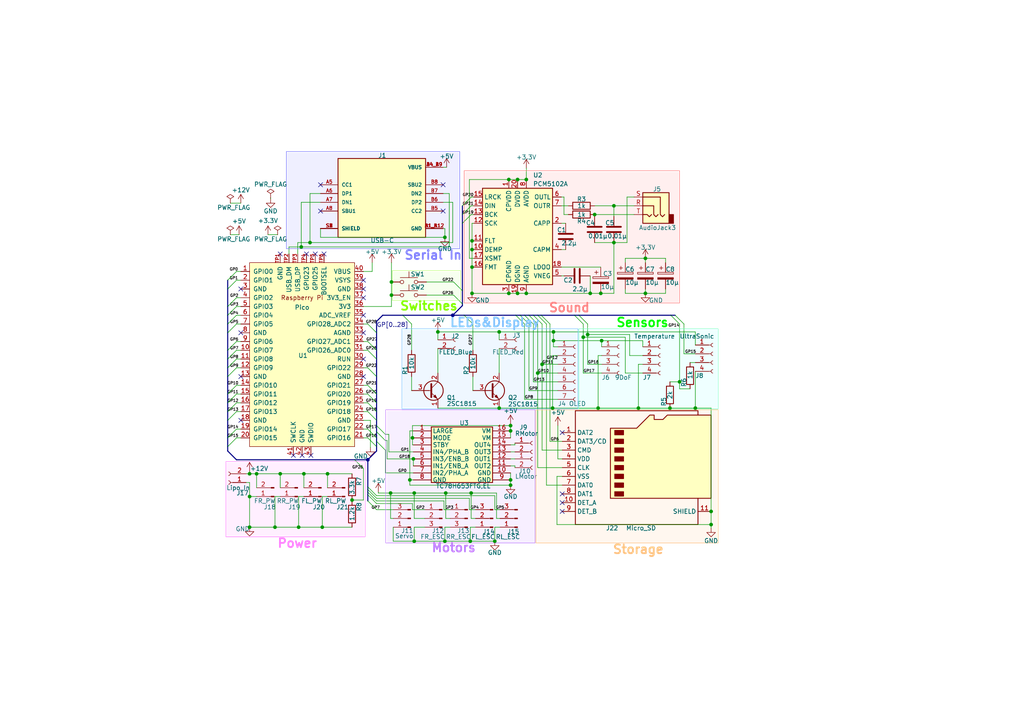
<source format=kicad_sch>
(kicad_sch (version 20230121) (generator eeschema)
  (paper "A4")
  (junction (at 173.482 118.364))
  (junction (at 74.422 137.414))
  (junction (at 206.248 148.336))
  (junction (at 155.956 108.204))
  (junction (at 187.198 85.09))
  (junction (at 86.614 152.908))
  (junction (at 152.654 85.09))
  (junction (at 160.528 98.806))
  (junction (at 120.142 156.972))
  (junction (at 136.906 69.85))
  (junction (at 118.872 139.192))
  (junction (at 171.196 85.09))
  (junction (at 144.78 96.266))
  (junction (at 194.31 118.364))
  (junction (at 178.054 59.69))
  (junction (at 150.114 85.09))
  (junction (at 131.318 91.44))
  (junction (at 150.114 52.07))
  (junction (at 172.466 62.23))
  (junction (at 174.244 85.09))
  (junction (at 102.108 145.034))
  (junction (at 185.166 118.364))
  (junction (at 169.164 97.79))
  (junction (at 113.538 81.788))
  (junction (at 136.652 143.002))
  (junction (at 81.28 137.414))
  (junction (at 136.906 85.09))
  (junction (at 129.286 143.002))
  (junction (at 197.104 110.744))
  (junction (at 178.054 70.358))
  (junction (at 148.082 124.968))
  (junction (at 79.756 152.908))
  (junction (at 94.996 137.414))
  (junction (at 129.032 68.834))
  (junction (at 136.906 72.39))
  (junction (at 136.906 77.47))
  (junction (at 174.498 98.806))
  (junction (at 136.398 156.972))
  (junction (at 120.142 143.002))
  (junction (at 201.676 118.364))
  (junction (at 129.032 156.972))
  (junction (at 93.472 152.908))
  (junction (at 148.082 123.444))
  (junction (at 113.538 85.598))
  (junction (at 87.376 71.628))
  (junction (at 170.434 97.028))
  (junction (at 148.082 139.192))
  (junction (at 160.274 118.364))
  (junction (at 119.888 133.096))
  (junction (at 72.39 152.908))
  (junction (at 144.78 118.364))
  (junction (at 113.284 143.002))
  (junction (at 89.916 70.358))
  (junction (at 147.574 52.07))
  (junction (at 187.198 74.93))
  (junction (at 72.39 137.414))
  (junction (at 143.51 156.972))
  (junction (at 106.68 133.35))
  (junction (at 206.248 152.146))
  (junction (at 119.634 127))
  (junction (at 127 96.266))
  (junction (at 157.226 105.664))
  (junction (at 147.574 85.09))
  (junction (at 88.138 137.414))
  (junction (at 160.528 96.266))
  (junction (at 148.082 140.716))
  (junction (at 72.39 144.018))
  (junction (at 152.654 52.07))
  (no_connect (at 88.9 73.66))
  (no_connect (at 163.068 125.476))
  (no_connect (at 92.964 53.594))
  (no_connect (at 69.85 96.52))
  (no_connect (at 105.41 96.52))
  (no_connect (at 93.98 73.66))
  (no_connect (at 105.41 81.28))
  (no_connect (at 81.28 73.66))
  (no_connect (at 128.524 61.214))
  (no_connect (at 105.41 109.22))
  (no_connect (at 163.068 143.256))
  (no_connect (at 105.41 83.82))
  (no_connect (at 87.63 132.08))
  (no_connect (at 69.85 83.82))
  (no_connect (at 90.17 132.08))
  (no_connect (at 92.964 61.214))
  (no_connect (at 128.524 53.594))
  (no_connect (at 91.44 73.66))
  (no_connect (at 163.068 145.796))
  (no_connect (at 85.09 132.08))
  (no_connect (at 163.068 148.336))
  (no_connect (at 69.85 109.22))
  (no_connect (at 69.85 121.92))
  (no_connect (at 105.41 104.14))
  (no_connect (at 105.41 91.44))
  (no_connect (at 105.41 86.36))
  (bus_entry (at 66.04 91.44) (size 2.54 -2.54))
  (bus_entry (at 102.87 133.35) (size 2.54 2.54))
  (bus_entry (at 134.112 64.77) (size 2.54 -2.54))
  (bus_entry (at 109.22 123.444) (size 2.54 2.54))
  (bus_entry (at 66.04 93.98) (size 2.54 -2.54))
  (bus_entry (at 109.22 127) (size -2.54 -2.54))
  (bus_entry (at 153.416 91.44) (size 2.54 2.54))
  (bus_entry (at 134.112 84.328) (size -2.54 -2.54))
  (bus_entry (at 195.834 91.44) (size 2.54 2.54))
  (bus_entry (at 150.876 91.44) (size 2.54 2.54))
  (bus_entry (at 134.112 62.23) (size 2.54 -2.54))
  (bus_entry (at 66.04 114.3) (size 2.54 -2.54))
  (bus_entry (at 109.22 116.84) (size -2.54 -2.54))
  (bus_entry (at 167.894 91.44) (size 2.54 2.54))
  (bus_entry (at 134.112 59.69) (size 2.54 -2.54))
  (bus_entry (at 109.22 125.222) (size 2.54 2.54))
  (bus_entry (at 66.04 127) (size 2.54 -2.54))
  (bus_entry (at 66.04 88.9) (size 2.54 -2.54))
  (bus_entry (at 155.956 91.44) (size 2.54 2.54))
  (bus_entry (at 109.22 101.6) (size -2.54 -2.54))
  (bus_entry (at 109.22 109.22) (size -2.54 -2.54))
  (bus_entry (at 106.68 141.986) (size 2.54 2.54))
  (bus_entry (at 106.68 142.748) (size 2.54 2.54))
  (bus_entry (at 66.04 106.68) (size 2.54 -2.54))
  (bus_entry (at 66.04 116.84) (size 2.54 -2.54))
  (bus_entry (at 66.04 121.92) (size 2.54 -2.54))
  (bus_entry (at 66.04 83.82) (size 2.54 -2.54))
  (bus_entry (at 109.22 128.016) (size 2.54 2.54))
  (bus_entry (at 152.146 91.44) (size 2.54 2.54))
  (bus_entry (at 149.606 91.44) (size 2.54 2.54))
  (bus_entry (at 109.22 121.92) (size -2.54 -2.54))
  (bus_entry (at 109.22 119.38) (size -2.54 -2.54))
  (bus_entry (at 66.04 104.14) (size 2.54 -2.54))
  (bus_entry (at 166.624 91.44) (size 2.54 2.54))
  (bus_entry (at 134.62 91.44) (size 2.54 2.54))
  (bus_entry (at 116.84 91.44) (size 2.54 2.54))
  (bus_entry (at 66.04 129.54) (size 2.54 -2.54))
  (bus_entry (at 106.68 145.288) (size 2.54 2.54))
  (bus_entry (at 194.564 91.44) (size 2.54 2.54))
  (bus_entry (at 66.04 119.38) (size 2.54 -2.54))
  (bus_entry (at 156.972 91.44) (size 2.54 2.54))
  (bus_entry (at 66.04 101.6) (size 2.54 -2.54))
  (bus_entry (at 66.04 96.52) (size 2.54 -2.54))
  (bus_entry (at 134.112 88.138) (size -2.54 -2.54))
  (bus_entry (at 106.68 143.51) (size 2.54 2.54))
  (bus_entry (at 66.04 81.28) (size 2.54 -2.54))
  (bus_entry (at 109.22 129.54) (size -2.54 -2.54))
  (bus_entry (at 109.22 96.52) (size -2.54 -2.54))
  (bus_entry (at 106.68 141.224) (size 2.54 2.54))
  (bus_entry (at 154.686 91.44) (size 2.54 2.54))
  (bus_entry (at 109.22 104.14) (size -2.54 -2.54))
  (bus_entry (at 109.22 114.3) (size -2.54 -2.54))
  (bus_entry (at 66.04 109.22) (size 2.54 -2.54))
  (wire (pts (xy 136.398 156.972) (xy 136.398 152.908)))
  (bus (pts (xy 166.624 91.44) (xy 167.894 91.44)))
  (wire (pts (xy 68.58 104.14) (xy 69.85 104.14)))
  (wire (pts (xy 136.652 143.002) (xy 136.652 150.368)))
  (wire (pts (xy 171.196 85.09) (xy 174.244 85.09)))
  (wire (pts (xy 112.776 131.064) (xy 119.888 131.064)))
  (wire (pts (xy 102.108 152.908) (xy 93.472 152.908)))
  (wire (pts (xy 157.226 130.556) (xy 163.068 130.556)))
  (wire (pts (xy 71.374 139.954) (xy 72.39 139.954)))
  (wire (pts (xy 143.51 143.764) (xy 143.51 147.828)))
  (wire (pts (xy 136.906 64.77) (xy 136.906 69.85)))
  (bus (pts (xy 66.04 116.84) (xy 66.04 119.38)))
  (wire (pts (xy 173.482 118.364) (xy 185.166 118.364)))
  (wire (pts (xy 144.78 96.266) (xy 160.528 96.266)))
  (wire (pts (xy 119.38 109.22) (xy 119.38 113.284)))
  (wire (pts (xy 93.472 152.908) (xy 86.614 152.908)))
  (wire (pts (xy 193.04 76.2) (xy 193.04 74.93)))
  (wire (pts (xy 181.356 85.09) (xy 187.198 85.09)))
  (wire (pts (xy 160.528 96.266) (xy 201.676 96.266)))
  (bus (pts (xy 66.04 109.22) (xy 66.04 114.3)))
  (wire (pts (xy 136.652 150.368) (xy 137.922 150.368)))
  (wire (pts (xy 159.512 93.98) (xy 159.512 128.016)))
  (wire (pts (xy 118.872 139.192) (xy 119.888 139.192)))
  (wire (pts (xy 113.538 81.788) (xy 113.538 85.598)))
  (wire (pts (xy 119.888 129.032) (xy 119.634 129.032)))
  (wire (pts (xy 181.356 83.82) (xy 181.356 85.09)))
  (wire (pts (xy 68.58 116.84) (xy 69.85 116.84)))
  (wire (pts (xy 136.652 57.15) (xy 137.414 57.15)))
  (wire (pts (xy 154.686 93.98) (xy 154.686 110.744)))
  (wire (pts (xy 129.286 143.002) (xy 129.286 150.368)))
  (wire (pts (xy 105.41 124.46) (xy 106.68 124.46)))
  (wire (pts (xy 148.082 139.192) (xy 148.082 140.716)))
  (bus (pts (xy 66.04 114.3) (xy 66.04 116.84)))
  (wire (pts (xy 144.78 98.552) (xy 144.78 96.266)))
  (wire (pts (xy 128.524 58.674) (xy 131.318 58.674)))
  (bus (pts (xy 110.998 91.44) (xy 116.84 91.44)))
  (wire (pts (xy 72.39 144.018) (xy 72.39 152.908)))
  (bus (pts (xy 66.04 106.68) (xy 66.04 109.22)))
  (wire (pts (xy 181.356 76.2) (xy 181.356 74.93)))
  (wire (pts (xy 187.198 74.93) (xy 187.198 76.2)))
  (wire (pts (xy 152.654 85.09) (xy 171.196 85.09)))
  (bus (pts (xy 109.22 101.6) (xy 109.22 104.14)))
  (wire (pts (xy 173.482 103.124) (xy 174.498 103.124)))
  (bus (pts (xy 109.22 96.52) (xy 109.22 101.6)))
  (wire (pts (xy 160.528 100.584) (xy 160.528 98.806)))
  (wire (pts (xy 201.676 107.696) (xy 201.676 118.364)))
  (wire (pts (xy 79.756 144.018) (xy 79.756 152.908)))
  (wire (pts (xy 174.244 85.09) (xy 178.054 85.09)))
  (wire (pts (xy 181.356 97.79) (xy 181.356 108.204)))
  (wire (pts (xy 143.51 152.908) (xy 145.034 152.908)))
  (wire (pts (xy 169.164 97.79) (xy 181.356 97.79)))
  (wire (pts (xy 161.544 152.146) (xy 206.248 152.146)))
  (wire (pts (xy 197.104 112.776) (xy 200.152 112.776)))
  (wire (pts (xy 185.166 105.664) (xy 186.436 105.664)))
  (wire (pts (xy 178.054 59.69) (xy 178.054 62.738)))
  (bus (pts (xy 66.04 129.54) (xy 66.04 130.81)))
  (wire (pts (xy 93.472 144.018) (xy 93.472 152.908)))
  (bus (pts (xy 155.956 91.44) (xy 156.972 91.44)))
  (wire (pts (xy 169.164 93.98) (xy 169.164 97.79)))
  (wire (pts (xy 109.22 145.288) (xy 128.778 145.288)))
  (wire (pts (xy 123.19 152.908) (xy 120.142 152.908)))
  (wire (pts (xy 119.888 127) (xy 119.634 127)))
  (wire (pts (xy 119.38 93.98) (xy 119.38 101.6)))
  (bus (pts (xy 109.22 130.81) (xy 109.22 129.54)))
  (wire (pts (xy 130.302 56.134) (xy 130.302 71.628)))
  (wire (pts (xy 68.58 114.3) (xy 69.85 114.3)))
  (wire (pts (xy 68.58 86.36) (xy 69.85 86.36)))
  (wire (pts (xy 74.422 141.478) (xy 74.422 137.414)))
  (wire (pts (xy 79.756 144.018) (xy 81.28 144.018)))
  (wire (pts (xy 86.614 144.018) (xy 86.614 152.908)))
  (wire (pts (xy 128.778 147.828) (xy 130.556 147.828)))
  (wire (pts (xy 105.41 119.38) (xy 106.68 119.38)))
  (wire (pts (xy 185.166 118.364) (xy 194.31 118.364)))
  (wire (pts (xy 206.248 118.364) (xy 206.248 148.336)))
  (bus (pts (xy 167.894 91.44) (xy 194.564 91.44)))
  (wire (pts (xy 113.284 150.368) (xy 114.046 150.368)))
  (wire (pts (xy 136.144 147.828) (xy 137.922 147.828)))
  (bus (pts (xy 154.686 91.44) (xy 155.956 91.44)))
  (wire (pts (xy 160.274 103.124) (xy 161.798 103.124)))
  (wire (pts (xy 123.698 85.598) (xy 131.572 85.598)))
  (bus (pts (xy 102.87 133.35) (xy 106.68 133.35)))
  (wire (pts (xy 206.248 148.336) (xy 206.248 152.146)))
  (wire (pts (xy 129.286 143.002) (xy 136.652 143.002)))
  (wire (pts (xy 127 101.092) (xy 127 108.204)))
  (wire (pts (xy 102.108 145.034) (xy 102.108 145.288)))
  (bus (pts (xy 109.22 119.38) (xy 109.22 121.92)))
  (bus (pts (xy 66.04 88.9) (xy 66.04 91.44)))
  (wire (pts (xy 131.318 70.358) (xy 89.916 70.358)))
  (bus (pts (xy 109.22 93.218) (xy 110.998 91.44)))
  (wire (pts (xy 129.032 152.908) (xy 130.556 152.908)))
  (wire (pts (xy 170.434 93.98) (xy 170.434 97.028)))
  (wire (pts (xy 187.198 74.93) (xy 193.04 74.93)))
  (wire (pts (xy 194.31 118.364) (xy 201.676 118.364)))
  (bus (pts (xy 66.04 93.98) (xy 66.04 96.52)))
  (wire (pts (xy 136.652 59.69) (xy 137.414 59.69)))
  (bus (pts (xy 106.68 133.35) (xy 109.22 130.81)))
  (wire (pts (xy 112.776 125.984) (xy 112.776 131.064)))
  (bus (pts (xy 153.416 91.44) (xy 154.686 91.44)))
  (bus (pts (xy 66.04 96.52) (xy 66.04 101.6)))
  (wire (pts (xy 120.142 143.002) (xy 129.286 143.002)))
  (wire (pts (xy 127 96.266) (xy 127 98.552)))
  (wire (pts (xy 160.528 100.584) (xy 161.798 100.584)))
  (wire (pts (xy 105.41 111.76) (xy 106.68 111.76)))
  (bus (pts (xy 106.68 141.986) (xy 106.68 142.748)))
  (wire (pts (xy 68.58 127) (xy 69.85 127)))
  (bus (pts (xy 68.58 133.35) (xy 102.87 133.35)))
  (wire (pts (xy 127 118.364) (xy 144.78 118.364)))
  (wire (pts (xy 153.416 113.284) (xy 161.798 113.284)))
  (wire (pts (xy 136.906 64.77) (xy 137.414 64.77)))
  (wire (pts (xy 155.956 93.98) (xy 155.956 108.204)))
  (wire (pts (xy 105.41 78.74) (xy 107.95 78.74)))
  (wire (pts (xy 128.524 56.134) (xy 130.302 56.134)))
  (wire (pts (xy 144.78 96.266) (xy 127 96.266)))
  (bus (pts (xy 109.22 109.22) (xy 109.22 104.14)))
  (wire (pts (xy 170.434 105.664) (xy 174.498 105.664)))
  (bus (pts (xy 66.04 119.38) (xy 66.04 121.92)))
  (wire (pts (xy 163.576 62.23) (xy 164.846 62.23)))
  (bus (pts (xy 106.68 142.748) (xy 106.68 143.51)))
  (bus (pts (xy 109.22 123.444) (xy 109.22 125.222)))
  (wire (pts (xy 198.374 93.98) (xy 198.374 102.616)))
  (wire (pts (xy 136.906 77.47) (xy 137.414 77.47)))
  (bus (pts (xy 109.22 128.016) (xy 109.22 129.54)))
  (wire (pts (xy 119.634 123.444) (xy 119.634 127)))
  (wire (pts (xy 118.872 124.968) (xy 118.872 139.192)))
  (wire (pts (xy 68.58 93.98) (xy 69.85 93.98)))
  (wire (pts (xy 102.108 145.034) (xy 105.41 145.034)))
  (wire (pts (xy 118.872 124.968) (xy 119.888 124.968)))
  (wire (pts (xy 161.544 138.176) (xy 161.544 152.146)))
  (bus (pts (xy 106.68 143.51) (xy 106.68 145.288)))
  (wire (pts (xy 109.22 146.05) (xy 119.634 146.05)))
  (wire (pts (xy 148.082 137.16) (xy 148.082 139.192)))
  (wire (pts (xy 181.356 74.93) (xy 187.198 74.93)))
  (wire (pts (xy 129.032 66.294) (xy 129.032 68.834)))
  (wire (pts (xy 92.964 66.294) (xy 92.964 68.834)))
  (bus (pts (xy 150.876 91.44) (xy 152.146 91.44)))
  (wire (pts (xy 171.196 85.09) (xy 171.196 80.01)))
  (wire (pts (xy 136.144 52.07) (xy 147.574 52.07)))
  (wire (pts (xy 111.76 125.984) (xy 112.776 125.984)))
  (bus (pts (xy 109.22 119.38) (xy 109.22 116.84)))
  (wire (pts (xy 158.496 140.716) (xy 163.068 140.716)))
  (wire (pts (xy 172.466 59.69) (xy 178.054 59.69)))
  (wire (pts (xy 182.626 103.124) (xy 186.436 103.124)))
  (bus (pts (xy 109.22 114.3) (xy 109.22 116.84)))
  (wire (pts (xy 148.082 133.096) (xy 149.352 133.096)))
  (wire (pts (xy 178.054 59.69) (xy 183.896 59.69)))
  (wire (pts (xy 83.82 73.66) (xy 83.82 71.628)))
  (wire (pts (xy 68.58 119.38) (xy 69.85 119.38)))
  (wire (pts (xy 178.054 70.358) (xy 181.864 70.358)))
  (wire (pts (xy 113.538 88.9) (xy 113.538 85.598)))
  (wire (pts (xy 129.032 156.972) (xy 129.032 152.908)))
  (wire (pts (xy 186.436 100.584) (xy 186.436 98.806)))
  (wire (pts (xy 162.814 80.01) (xy 163.576 80.01)))
  (wire (pts (xy 112.268 133.096) (xy 119.888 133.096)))
  (bus (pts (xy 152.146 91.44) (xy 153.416 91.44)))
  (bus (pts (xy 66.04 130.81) (xy 68.58 133.35)))
  (bus (pts (xy 109.22 109.22) (xy 109.22 114.3)))
  (wire (pts (xy 71.374 137.414) (xy 72.39 137.414)))
  (bus (pts (xy 66.04 83.82) (xy 66.04 88.9)))
  (wire (pts (xy 129.286 150.368) (xy 130.556 150.368)))
  (bus (pts (xy 156.972 91.44) (xy 166.624 91.44)))
  (wire (pts (xy 197.104 110.744) (xy 197.104 112.776)))
  (wire (pts (xy 181.864 57.15) (xy 183.896 57.15)))
  (wire (pts (xy 120.142 152.908) (xy 120.142 156.972)))
  (wire (pts (xy 120.142 150.368) (xy 123.19 150.368)))
  (wire (pts (xy 105.41 93.98) (xy 106.68 93.98)))
  (wire (pts (xy 198.374 102.616) (xy 201.676 102.616)))
  (wire (pts (xy 111.76 137.16) (xy 119.888 137.16)))
  (wire (pts (xy 201.676 118.364) (xy 206.248 118.364)))
  (wire (pts (xy 185.166 118.364) (xy 185.166 105.664)))
  (wire (pts (xy 169.164 97.79) (xy 169.164 108.204)))
  (wire (pts (xy 127 96.012) (xy 127 96.266)))
  (wire (pts (xy 149.352 135.128) (xy 149.352 135.636)))
  (wire (pts (xy 206.248 152.146) (xy 206.248 153.162)))
  (wire (pts (xy 155.956 108.204) (xy 155.956 135.636)))
  (wire (pts (xy 186.436 98.806) (xy 174.498 98.806)))
  (wire (pts (xy 160.528 98.806) (xy 174.498 98.806)))
  (wire (pts (xy 87.376 58.674) (xy 87.376 71.628)))
  (wire (pts (xy 144.78 118.364) (xy 160.274 118.364)))
  (wire (pts (xy 162.814 57.15) (xy 163.576 57.15)))
  (wire (pts (xy 200.152 105.156) (xy 201.676 105.156)))
  (wire (pts (xy 187.198 85.09) (xy 193.04 85.09)))
  (wire (pts (xy 129.032 156.972) (xy 136.398 156.972)))
  (wire (pts (xy 68.58 111.76) (xy 69.85 111.76)))
  (wire (pts (xy 170.434 105.664) (xy 170.434 97.028)))
  (bus (pts (xy 134.112 88.138) (xy 134.112 88.646)))
  (wire (pts (xy 109.728 142.748) (xy 109.728 143.002)))
  (wire (pts (xy 150.114 85.09) (xy 152.654 85.09)))
  (wire (pts (xy 109.728 143.002) (xy 113.284 143.002)))
  (wire (pts (xy 128.778 145.288) (xy 128.778 147.828)))
  (wire (pts (xy 150.114 52.07) (xy 152.654 52.07)))
  (wire (pts (xy 162.814 64.77) (xy 164.084 64.77)))
  (wire (pts (xy 105.41 135.89) (xy 105.41 145.034)))
  (wire (pts (xy 148.082 129.032) (xy 149.352 129.032)))
  (wire (pts (xy 109.22 147.828) (xy 114.046 147.828)))
  (wire (pts (xy 88.138 141.478) (xy 88.138 137.414)))
  (wire (pts (xy 136.906 72.39) (xy 136.906 77.47)))
  (wire (pts (xy 93.472 144.018) (xy 94.996 144.018)))
  (bus (pts (xy 109.22 93.218) (xy 109.22 96.52)))
  (wire (pts (xy 86.614 152.908) (xy 79.756 152.908)))
  (wire (pts (xy 114.046 156.972) (xy 120.142 156.972)))
  (bus (pts (xy 66.04 104.14) (xy 66.04 106.68)))
  (bus (pts (xy 66.04 81.28) (xy 66.04 83.82)))
  (wire (pts (xy 72.39 144.018) (xy 74.422 144.018)))
  (wire (pts (xy 154.686 110.744) (xy 161.798 110.744)))
  (bus (pts (xy 109.22 127) (xy 109.22 128.016)))
  (wire (pts (xy 160.528 96.266) (xy 160.528 98.806)))
  (wire (pts (xy 136.398 156.972) (xy 143.51 156.972)))
  (wire (pts (xy 119.634 123.444) (xy 148.082 123.444)))
  (wire (pts (xy 113.284 143.002) (xy 120.142 143.002)))
  (wire (pts (xy 92.964 68.834) (xy 129.032 68.834)))
  (wire (pts (xy 194.31 110.744) (xy 197.104 110.744)))
  (wire (pts (xy 162.814 72.39) (xy 164.084 72.39)))
  (wire (pts (xy 136.906 69.85) (xy 136.906 72.39)))
  (wire (pts (xy 94.996 137.414) (xy 102.108 137.414)))
  (wire (pts (xy 147.574 52.07) (xy 150.114 52.07)))
  (wire (pts (xy 187.198 83.82) (xy 187.198 85.09)))
  (wire (pts (xy 68.58 124.46) (xy 69.85 124.46)))
  (wire (pts (xy 186.436 108.204) (xy 181.356 108.204)))
  (wire (pts (xy 114.046 152.908) (xy 114.046 156.972)))
  (wire (pts (xy 169.164 108.204) (xy 174.498 108.204)))
  (bus (pts (xy 134.112 62.23) (xy 134.112 64.77)))
  (wire (pts (xy 86.36 70.358) (xy 89.916 70.358)))
  (wire (pts (xy 78.486 57.404) (xy 78.486 57.658)))
  (wire (pts (xy 112.268 133.096) (xy 112.268 127.762)))
  (wire (pts (xy 144.78 101.092) (xy 144.78 108.204)))
  (wire (pts (xy 118.872 139.192) (xy 118.872 140.716)))
  (wire (pts (xy 107.95 78.74) (xy 107.95 76.2)))
  (wire (pts (xy 68.58 81.28) (xy 69.85 81.28)))
  (wire (pts (xy 162.814 77.47) (xy 174.244 77.47)))
  (bus (pts (xy 109.22 121.92) (xy 109.22 123.444)))
  (wire (pts (xy 163.068 133.096) (xy 161.798 133.096)))
  (wire (pts (xy 163.576 57.15) (xy 163.576 62.23)))
  (wire (pts (xy 149.352 129.032) (xy 149.352 128.524)))
  (wire (pts (xy 107.442 121.92) (xy 107.442 129.794)))
  (wire (pts (xy 113.538 76.2) (xy 113.538 81.788)))
  (bus (pts (xy 66.04 127) (xy 66.04 129.54)))
  (wire (pts (xy 137.414 74.93) (xy 136.144 74.93)))
  (wire (pts (xy 68.58 78.74) (xy 69.85 78.74)))
  (wire (pts (xy 77.724 68.072) (xy 80.518 68.072)))
  (wire (pts (xy 148.082 135.128) (xy 149.352 135.128)))
  (wire (pts (xy 120.142 143.002) (xy 120.142 150.368)))
  (wire (pts (xy 105.41 114.3) (xy 106.68 114.3)))
  (bus (pts (xy 134.112 59.69) (xy 134.112 62.23)))
  (wire (pts (xy 119.634 146.05) (xy 119.634 147.828)))
  (wire (pts (xy 136.144 74.93) (xy 136.144 52.07)))
  (wire (pts (xy 88.138 137.414) (xy 81.28 137.414)))
  (wire (pts (xy 119.634 147.828) (xy 123.19 147.828)))
  (wire (pts (xy 128.524 66.294) (xy 129.032 66.294)))
  (wire (pts (xy 157.226 105.664) (xy 161.798 105.664)))
  (wire (pts (xy 178.054 70.358) (xy 178.054 85.09)))
  (wire (pts (xy 193.04 83.82) (xy 193.04 85.09)))
  (wire (pts (xy 144.018 143.002) (xy 144.018 150.368)))
  (wire (pts (xy 162.814 59.69) (xy 164.846 59.69)))
  (wire (pts (xy 172.466 62.23) (xy 172.466 62.738)))
  (wire (pts (xy 68.58 101.6) (xy 69.85 101.6)))
  (bus (pts (xy 134.62 91.44) (xy 149.606 91.44)))
  (wire (pts (xy 66.802 68.072) (xy 69.342 68.072)))
  (wire (pts (xy 136.906 77.47) (xy 136.906 85.09)))
  (wire (pts (xy 152.654 48.768) (xy 152.654 52.07)))
  (wire (pts (xy 158.496 93.98) (xy 158.496 140.716)))
  (wire (pts (xy 81.28 137.414) (xy 81.28 141.478)))
  (wire (pts (xy 157.226 105.664) (xy 157.226 130.556)))
  (wire (pts (xy 161.544 138.176) (xy 163.068 138.176)))
  (wire (pts (xy 111.76 130.556) (xy 111.76 137.16)))
  (wire (pts (xy 109.22 143.764) (xy 143.51 143.764)))
  (wire (pts (xy 155.956 135.636) (xy 163.068 135.636)))
  (wire (pts (xy 72.39 137.414) (xy 74.422 137.414)))
  (wire (pts (xy 68.58 91.44) (xy 69.85 91.44)))
  (wire (pts (xy 68.58 99.06) (xy 69.85 99.06)))
  (wire (pts (xy 148.082 123.444) (xy 148.082 124.968)))
  (wire (pts (xy 94.996 141.478) (xy 94.996 137.414)))
  (wire (pts (xy 131.318 58.674) (xy 131.318 70.358)))
  (wire (pts (xy 120.142 156.972) (xy 129.032 156.972)))
  (wire (pts (xy 72.39 136.652) (xy 72.39 137.414)))
  (wire (pts (xy 105.41 88.9) (xy 113.538 88.9)))
  (wire (pts (xy 136.652 143.002) (xy 144.018 143.002)))
  (bus (pts (xy 134.112 64.77) (xy 134.112 84.328)))
  (wire (pts (xy 86.614 144.018) (xy 88.138 144.018)))
  (wire (pts (xy 83.82 71.628) (xy 87.376 71.628)))
  (wire (pts (xy 174.498 100.584) (xy 174.498 98.806)))
  (bus (pts (xy 106.68 133.35) (xy 106.68 141.224)))
  (wire (pts (xy 118.872 140.716) (xy 148.082 140.716)))
  (wire (pts (xy 105.41 99.06) (xy 106.68 99.06)))
  (wire (pts (xy 123.698 81.788) (xy 131.572 81.788)))
  (bus (pts (xy 66.04 101.6) (xy 66.04 104.14)))
  (wire (pts (xy 152.146 115.824) (xy 161.798 115.824)))
  (wire (pts (xy 87.376 71.628) (xy 130.302 71.628)))
  (wire (pts (xy 143.51 147.828) (xy 145.034 147.828)))
  (wire (pts (xy 113.284 143.002) (xy 113.284 150.368)))
  (bus (pts (xy 194.564 91.44) (xy 195.834 91.44)))
  (wire (pts (xy 105.41 121.92) (xy 107.442 121.92)))
  (wire (pts (xy 153.416 93.98) (xy 153.416 113.284)))
  (wire (pts (xy 112.268 127.762) (xy 111.76 127.762)))
  (wire (pts (xy 119.634 129.032) (xy 119.634 127)))
  (bus (pts (xy 149.606 91.44) (xy 150.876 91.44)))
  (wire (pts (xy 105.41 127) (xy 106.68 127)))
  (wire (pts (xy 72.39 139.954) (xy 72.39 144.018)))
  (wire (pts (xy 66.802 58.928) (xy 69.85 58.928)))
  (wire (pts (xy 136.398 152.908) (xy 137.922 152.908)))
  (wire (pts (xy 105.41 116.84) (xy 106.68 116.84)))
  (wire (pts (xy 144.018 150.368) (xy 145.034 150.368)))
  (wire (pts (xy 197.104 93.98) (xy 197.104 110.744)))
  (bus (pts (xy 106.68 141.224) (xy 106.68 141.986)))
  (wire (pts (xy 136.144 144.526) (xy 136.144 147.828)))
  (wire (pts (xy 105.41 101.6) (xy 106.68 101.6)))
  (bus (pts (xy 131.318 91.44) (xy 134.62 91.44)))
  (wire (pts (xy 147.574 85.09) (xy 150.114 85.09)))
  (wire (pts (xy 68.58 106.68) (xy 69.85 106.68)))
  (wire (pts (xy 143.51 156.972) (xy 143.51 152.908)))
  (wire (pts (xy 170.434 97.028) (xy 182.626 97.028)))
  (wire (pts (xy 137.16 109.22) (xy 137.16 113.284)))
  (wire (pts (xy 87.376 58.674) (xy 92.964 58.674)))
  (wire (pts (xy 181.864 70.358) (xy 181.864 57.15)))
  (wire (pts (xy 157.226 93.98) (xy 157.226 105.664)))
  (wire (pts (xy 74.422 137.414) (xy 81.28 137.414)))
  (bus (pts (xy 109.22 125.222) (xy 109.22 127)))
  (wire (pts (xy 161.798 133.096) (xy 161.798 123.444)))
  (wire (pts (xy 105.41 106.68) (xy 106.68 106.68)))
  (wire (pts (xy 86.36 73.66) (xy 86.36 70.358)))
  (wire (pts (xy 159.512 128.016) (xy 163.068 128.016)))
  (wire (pts (xy 136.906 72.39) (xy 137.414 72.39)))
  (wire (pts (xy 148.082 131.064) (xy 149.352 131.064)))
  (wire (pts (xy 109.22 144.526) (xy 136.144 144.526)))
  (bus (pts (xy 66.04 91.44) (xy 66.04 93.98)))
  (wire (pts (xy 119.888 133.096) (xy 119.888 135.128)))
  (wire (pts (xy 160.274 118.364) (xy 173.482 118.364)))
  (wire (pts (xy 172.466 70.358) (xy 178.054 70.358)))
  (bus (pts (xy 134.112 88.646) (xy 131.318 91.44)))
  (wire (pts (xy 136.906 69.85) (xy 137.414 69.85)))
  (wire (pts (xy 155.956 108.204) (xy 161.798 108.204)))
  (bus (pts (xy 66.04 121.92) (xy 66.04 127)))
  (wire (pts (xy 136.652 62.23) (xy 137.414 62.23)))
  (wire (pts (xy 128.524 48.514) (xy 129.54 48.514)))
  (wire (pts (xy 89.916 56.134) (xy 89.916 70.358)))
  (wire (pts (xy 182.626 97.028) (xy 182.626 103.124)))
  (wire (pts (xy 173.482 103.124) (xy 173.482 118.364)))
  (wire (pts (xy 201.676 96.266) (xy 201.676 100.076)))
  (wire (pts (xy 136.906 85.09) (xy 147.574 85.09)))
  (wire (pts (xy 148.082 124.968) (xy 148.082 127)))
  (bus (pts (xy 116.84 91.44) (xy 131.318 91.44)))
  (wire (pts (xy 152.146 93.98) (xy 152.146 115.824)))
  (bus (pts (xy 134.112 84.328) (xy 134.112 88.138)))
  (wire (pts (xy 137.16 93.98) (xy 137.16 101.6)))
  (wire (pts (xy 148.082 122.936) (xy 148.082 123.444)))
  (wire (pts (xy 160.274 103.124) (xy 160.274 118.364)))
  (wire (pts (xy 89.916 56.134) (xy 92.964 56.134)))
  (wire (pts (xy 94.996 137.414) (xy 88.138 137.414)))
  (wire (pts (xy 172.466 62.23) (xy 183.896 62.23)))
  (wire (pts (xy 68.58 88.9) (xy 69.85 88.9)))
  (wire (pts (xy 79.756 152.908) (xy 72.39 152.908)))
  (rectangle (start 65.532 133.858) (end 105.918 155.702) (stroke (width 0) (color 255 127 255 1)) (fill (type color) (color 255 239 255 1)))
  (rectangle (start 113.792 78.486) (end 133.604 87.122) (stroke (width 0) (color 191 255 127 1)) (fill (type color) (color 247 255 239 1)))
  (rectangle (start 167.894 95.377) (end 208.28 118.618) (stroke (width 0) (color 127 255 191 1)) (fill (type color) (color 239 255 255 1)))
  (rectangle (start 111.887 118.872) (end 155.194 157.48) (stroke (width 0) (color 191 127 255 1)) (fill (type color) (color 247 239 255 1)))
  (rectangle (start 134.62 49.53) (end 197.104 87.884) (stroke (width 0) (color 255 127 127 1)) (fill (type color) (color 255 239 239 1)))
  (rectangle (start 116.586 95.377) (end 167.64 118.618) (stroke (width 0) (color 127 191 255 1)) (fill (type color) (color 239 247 255 1)))
  (rectangle (start 155.448 118.872) (end 208.28 157.48) (stroke (width 0) (color 255 191 127 1)) (fill (type color) (color 255 247 239 1)))
  (rectangle (start 83.058 43.942) (end 133.35 72.136) (stroke (width 0) (color 127 127 255 1)) (fill (type color) (color 239 239 255 1)))
  (text "Sensors\n" (at 178.562 95.25 0) (effects (font (size 2.54 2.54) (thickness 0.508) bold) (justify left bottom)))
  (text "LEDs&Display" (at 130.302 95.25 0) (effects (font (size 2.54 2.54) (thickness 0.508) bold) (justify left bottom)))
  (text "Serial In" (at 117.094 75.692 0) (effects (font (size 2.54 2.54) (thickness 0.508) bold) (justify left bottom)))
  (text "Switches" (at 115.824 90.424 0) (effects (font (size 2.54 2.54) (thickness 0.508) bold) (justify left bottom)))
  (text "Motors" (at 124.968 160.528 0) (effects (font (size 2.54 2.54) (thickness 0.508) bold) (justify left bottom)))
  (text "Sound" (at 159.004 90.932 0) (effects (font (size 2.54 2.54) (thickness 0.508) bold) (justify left bottom)))
  (text "Storage" (at 177.546 161.036 0) (effects (font (size 2.54 2.54) (thickness 0.508) bold) (justify left bottom)))
  (text "Power" (at 80.264 159.258 0) (effects (font (size 2.54 2.54) (thickness 0.508) bold) (justify left bottom)))
  (label "GP16" (at 170.434 105.664 0) (effects (font (size 0.8 0.8))))
  (label "GP1" (at 69.088 81.28 180) (effects (font (size 0.8 0.8))))
  (label "GP14" (at 197.104 94.996 180) (effects (font (size 0.8 0.8))))
  (label "GP26" (at 105.41 136.144 180) (effects (font (size 0.8 0.8))))
  (label "GP15" (at 198.628 102.616 0) (effects (font (size 0.8 0.8))))
  (label "GP27" (at 106.172 99.06 0) (effects (font (size 0.8 0.8))))
  (label "GP5" (at 143.764 147.828 0) (effects (font (size 0.8 0.8))))
  (label "GP10" (at 69.215 111.76 180) (effects (font (size 0.8 0.8))))
  (label "GP12" (at 158.496 104.394 0) (effects (font (size 0.8 0.8))))
  (label "GP20" (at 106.045 114.3 0) (effects (font (size 0.8 0.8))))
  (label "GP1" (at 116.205 131.064 0) (effects (font (size 0.8 0.8))))
  (label "GP22" (at 131.572 81.788 180) (effects (font (size 0.8 0.8))))
  (label "GP6" (at 159.639 128.016 0) (effects (font (size 0.8 0.8))))
  (label "GP8" (at 152.146 115.824 0) (effects (font (size 0.8 0.8))))
  (label "GP2" (at 120.65 147.828 0) (effects (font (size 0.8 0.8))))
  (label "GP0" (at 69.088 78.74 180) (effects (font (size 0.8 0.8))))
  (label "GP13" (at 154.686 110.744 0) (effects (font (size 0.8 0.8))))
  (label "GP7" (at 69.215 101.6 180) (effects (font (size 0.8 0.8))))
  (label "GP16" (at 106.045 127 0) (effects (font (size 0.8 0.8))))
  (label "GP27" (at 137.16 100.203 90) (effects (font (size 0.8 0.8))))
  (label "GP19" (at 137.414 62.23 180) (effects (font (size 0.8 0.8))))
  (label "GP10" (at 155.956 108.204 0) (effects (font (size 0.8 0.8))))
  (label "GP8" (at 69.215 104.14 180) (effects (font (size 0.8 0.8))))
  (label "GP13" (at 69.215 119.38 180) (effects (font (size 0.8 0.8))))
  (label "GP26" (at 131.572 85.598 180) (effects (font (size 0.8 0.8))))
  (label "GP17" (at 169.164 108.204 0) (effects (font (size 0.8 0.8))))
  (label "GP[0..28]" (at 109.22 95.25 0))
  (label "GP12" (at 69.215 116.84 180) (effects (font (size 0.8 0.8))))
  (label "GP21" (at 137.414 59.69 180) (effects (font (size 0.8 0.8))))
  (label "GP14" (at 69.215 124.46 180) (effects (font (size 0.8 0.8))))
  (label "GP26" (at 106.045 101.6 0) (effects (font (size 0.8 0.8))))
  (label "GP4" (at 69.215 91.44 180) (effects (font (size 0.8 0.8))))
  (label "GP3" (at 129.032 147.828 0) (effects (font (size 0.8 0.8))))
  (label "GP22" (at 106.045 106.68 0) (effects (font (size 0.8 0.8))))
  (label "GP28" (at 106.045 93.98 0) (effects (font (size 0.8 0.8))))
  (label "GP21" (at 106.045 111.76 0) (effects (font (size 0.8 0.8))))
  (label "GP5" (at 69.215 93.98 180) (effects (font (size 0.8 0.8))))
  (label "GP9" (at 69.215 106.68 180) (effects (font (size 0.8 0.8))))
  (label "GP15" (at 69.215 127 180) (effects (font (size 0.8 0.8))))
  (label "GP19" (at 106.045 116.84 0) (effects (font (size 0.8 0.8))))
  (label "GP11" (at 157.226 105.664 0) (effects (font (size 0.8 0.8))))
  (label "GP2" (at 69.215 86.36 180) (effects (font (size 0.8 0.8))))
  (label "GP20" (at 137.414 57.15 180) (effects (font (size 0.8 0.8))))
  (label "GP17" (at 106.045 124.46 0) (effects (font (size 0.8 0.8))))
  (label "GP11" (at 69.215 114.3 180) (effects (font (size 0.8 0.8))))
  (label "GP0" (at 115.443 137.16 0) (effects (font (size 0.8 0.8))))
  (label "GP4" (at 136.398 147.828 0) (effects (font (size 0.8 0.8))))
  (label "GP7" (at 110.236 147.828 180) (effects (font (size 0.8 0.8))))
  (label "GP18" (at 106.045 119.38 0) (effects (font (size 0.8 0.8))))
  (label "GP18" (at 115.697 133.096 0) (effects (font (size 0.8 0.8))))
  (label "GP28" (at 119.38 100.203 90) (effects (font (size 0.8 0.8))))
  (label "GP3" (at 69.215 88.9 180) (effects (font (size 0.8 0.8))))
  (label "GP9" (at 153.416 113.284 0) (effects (font (size 0.8 0.8))))
  (label "GP6" (at 69.215 99.06 180) (effects (font (size 0.8 0.8))))
  (symbol (lib_id "Device:C_Polarized") (at 174.244 81.28 0) (unit 1)
    (property "Reference" "C3" (at 174.879 79.375 0) (effects (justify left)))
    (property "Value" "10µ" (at 174.244 83.185 0) (effects (justify left)))
    (property "Footprint" "Capacitor_THT:CP_Radial_D5.0mm_P2.00mm" (effects hide))
  )
  (symbol (lib_id "power:+3.3V") (at 152.654 48.768 0) (unit 1)
    (property "Reference" "#PWR04" (effects hide))
    (property "Value" "+3.3V" (at 152.654 45.593 0))
  )
  (symbol (lib_id "Connector:Conn_01x03_Pin") (at 135.636 150.368 0) (mirror y) (unit 1)
    (property "Reference" "J13" (at 132.588 153.924 0) (effects (justify right)))
    (property "Value" "RR_ESC" (at 129.286 155.702 0) (effects (justify right)))
    (property "Footprint" "Connector_PinHeader_2.54mm:PinHeader_1x03_P2.54mm_Horizontal" (effects hide))
  )
  (symbol (lib_id "power:PWR_FLAG") (at 66.802 58.928 0) (unit 1)
    (property "Reference" "#FLG04" (effects hide))
    (property "Value" "PWR_FLAG" (at 67.818 60.198 0))
  )
  (symbol (lib_id "Connector:Conn_01x02_Socket") (at 154.432 128.524 0) (unit 1)
    (property "Reference" "J9" (at 150.622 123.952 0) (effects (justify left)))
    (property "Value" "RMotor" (at 149.352 125.73 0) (effects (justify left)))
    (property "Footprint" "Connector_PinSocket_2.54mm:PinSocket_1x02_P2.54mm_Vertical" (effects hide))
  )
  (symbol (lib_id "power:PWR_FLAG") (at 80.518 68.072 0) (unit 1)
    (property "Reference" "#FLG03" (effects hide))
    (property "Value" "PWR_FLAG" (at 78.486 69.342 0))
  )
  (symbol (lib_id "power:+5V") (at 148.082 122.936 0) (unit 1)
    (property "Reference" "#PWR07" (effects hide))
    (property "Value" "+5V" (at 148.082 119.126 0))
  )
  (symbol (lib_id "Switch:SW_Push") (at 118.618 81.788 0) (unit 1)
    (property "Reference" "SW1" (at 121.158 79.502 0))
    (property "Value" "SW_Push" (effects hide))
    (property "Footprint" "SW_SKRPACE010:SW_SKRPACE010" (effects hide))
  )
  (symbol (lib_id "Device:C_Polarized") (at 181.356 80.01 0) (unit 1)
    (property "Reference" "C6" (at 181.356 78.105 0) (effects (justify left)))
    (property "Value" "10µ" (at 181.356 81.915 0) (effects (justify left)))
    (property "Footprint" "Capacitor_THT:CP_Radial_D5.0mm_P2.00mm" (effects hide))
  )
  (symbol (lib_id "power:GND") (at 78.486 57.658 0) (unit 1)
    (property "Reference" "#PWR018" (effects hide))
    (property "Value" "GND" (at 78.486 61.214 0))
  )
  (symbol (lib_id "Connector:Conn_01x02_Pin") (at 79.502 144.018 180) (unit 1)
    (property "Reference" "J18" (at 76.454 147.066 0) (effects (justify right)))
    (property "Value" "FR_PW" (at 73.66 145.288 0) (effects (justify right)))
    (property "Footprint" "Connector_AMASS:AMASS_XT60PW-F_1x02_P7.20mm_Horizontal" (effects hide))
  )
  (symbol (lib_id "power:+3.3V") (at 113.538 76.2 0) (unit 1)
    (property "Reference" "#PWR05" (effects hide))
    (property "Value" "+3.3V" (at 113.538 73.025 0))
  )
  (symbol (lib_id "Connector:Conn_01x02_Pin") (at 100.076 144.018 180) (unit 1)
    (property "Reference" "J21" (at 97.536 147.066 0) (effects (justify right)))
    (property "Value" "RL_PW" (at 94.234 145.288 0) (effects (justify right)))
    (property "Footprint" "Connector_AMASS:AMASS_XT60PW-F_1x02_P7.20mm_Horizontal" (effects hide))
  )
  (symbol (lib_id "Connector:Conn_01x02_Socket") (at 154.432 133.096 0) (unit 1)
    (property "Reference" "J10" (at 150.368 136.652 0) (effects (justify left)))
    (property "Value" "LMotor" (at 149.352 138.176 0) (effects (justify left)))
    (property "Footprint" "Connector_PinSocket_2.54mm:PinSocket_1x02_P2.54mm_Vertical" (effects hide))
  )
  (symbol (lib_id "power:GND") (at 136.906 85.09 0) (unit 1)
    (property "Reference" "#PWR08" (effects hide))
    (property "Value" "GND" (at 139.954 87.122 0))
  )
  (symbol (lib_id "Transistor_BJT:2SC1815") (at 124.46 113.284 0) (unit 1)
    (property "Reference" "Q1" (at 129.54 115.316 0) (effects (justify left)))
    (property "Value" "2SC1815" (at 129.54 117.094 0) (effects (justify left)))
    (property "Footprint" "Package_TO_SOT_THT:TO-92_Inline" (effects hide))
    (property "Datasheet" "https://media.digikey.com/pdf/Data%20Sheets/Toshiba%20PDFs/2SC1815.pdf" (effects hide))
  )
  (symbol (lib_id "power:+12V") (at 72.39 136.652 0) (unit 1)
    (property "Reference" "#PWR020" (effects hide))
    (property "Value" "+12V" (at 75.184 135.89 0))
  )
  (symbol (lib_id "power:+5V") (at 129.54 48.514 0) (unit 1)
    (property "Reference" "#PWR01" (effects hide))
    (property "Value" "+5V" (at 129.54 45.339 0))
  )
  (symbol (lib_id "power:+3.3V") (at 187.198 74.93 0) (unit 1)
    (property "Reference" "#PWR010" (effects hide))
    (property "Value" "+3.3V" (at 187.198 71.755 0))
  )
  (symbol (lib_id "Device:R") (at 200.152 108.966 0) (unit 1)
    (property "Reference" "R6" (at 198.374 112.268 90) (effects (justify left)))
    (property "Value" "1k" (at 200.152 109.982 90) (effects (justify left)))
    (property "Footprint" "Resistor_THT:R_Axial_DIN0207_L6.3mm_D2.5mm_P10.16mm_Horizontal" (effects hide))
  )
  (symbol (lib_id "Connector:Conn_01x04_Socket") (at 191.516 103.124 0) (unit 1)
    (property "Reference" "J7" (at 186.436 109.474 0) (effects (justify left)))
    (property "Value" "Temperature" (at 183.896 97.536 0) (effects (justify left)))
    (property "Footprint" "Connector_PinSocket_2.54mm:PinSocket_1x04_P2.54mm_Vertical" (effects hide))
  )
  (symbol (lib_id "Audio:PCM5102A") (at 150.114 67.31 0) (unit 1)
    (property "Reference" "U2" (at 154.6099 50.8 0) (effects (justify left)))
    (property "Value" "PCM5102A" (at 154.6099 53.34 0) (effects (justify left)))
    (property "Footprint" "PCM5102A:PCM5102A_DIP" (effects hide))
    (property "Datasheet" "https://www.ti.com/lit/ds/symlink/pcm5102a.pdf" (effects hide))
  )
  (symbol (lib_id "power:+5V") (at 107.95 76.2 0) (unit 1)
    (property "Reference" "#PWR06" (effects hide))
    (property "Value" "+5V" (at 107.95 73.025 0))
  )
  (symbol (lib_id "Device:C") (at 164.084 68.58 0) (unit 1)
    (property "Reference" "C1" (at 161.544 66.675 0) (effects (justify left)))
    (property "Value" "2.2µ" (at 162.814 70.485 0) (effects (justify left)))
    (property "Footprint" "Capacitor_THT:C_Disc_D5.1mm_W3.2mm_P5.00mm" (effects hide))
  )
  (symbol (lib_id "Device:C") (at 172.466 66.548 0) (unit 1)
    (property "Reference" "C4" (at 169.926 64.643 0) (effects (justify left)))
    (property "Value" "0.01µ" (at 170.561 68.453 0) (effects (justify left)))
    (property "Footprint" "Capacitor_THT:C_Disc_D4.3mm_W1.9mm_P5.00mm" (effects hide))
  )
  (symbol (lib_id "Connector:Conn_01x02_Pin") (at 93.218 144.018 180) (unit 1)
    (property "Reference" "J20" (at 90.678 147.066 0) (effects (justify right)))
    (property "Value" "FL_PW" (at 87.376 145.288 0) (effects (justify right)))
    (property "Footprint" "Connector_AMASS:AMASS_XT60PW-F_1x02_P7.20mm_Horizontal" (effects hide))
  )
  (symbol (lib_id "power:GND") (at 72.39 152.908 0) (unit 1)
    (property "Reference" "#PWR021" (effects hide))
    (property "Value" "GND" (at 70.358 153.416 0))
  )
  (symbol (lib_id "power:GND") (at 206.248 153.162 0) (unit 1)
    (property "Reference" "#PWR013" (effects hide))
    (property "Value" "GND" (at 206.248 156.845 0))
  )
  (symbol (lib_id "power:GND") (at 143.51 156.972 0) (unit 1)
    (property "Reference" "#PWR015" (effects hide))
    (property "Value" "GND" (at 143.51 160.274 0))
  )
  (symbol (lib_id "Device:C") (at 167.386 80.01 90) (unit 1)
    (property "Reference" "C2" (at 166.116 81.28 90) (effects (justify left)))
    (property "Value" "2.2µ" (at 170.561 83.82 90) (effects (justify left)))
    (property "Footprint" "Capacitor_THT:C_Disc_D5.1mm_W3.2mm_P5.00mm" (effects hide))
  )
  (symbol (lib_id "power:+5V") (at 161.798 123.444 0) (unit 1)
    (property "Reference" "#PWR011" (effects hide))
    (property "Value" "+5V" (at 161.798 119.634 0))
  )
  (symbol (lib_id "Connector:Conn_01x03_Pin") (at 119.126 150.368 180) (unit 1)
    (property "Reference" "J11" (at 116.332 153.924 0) (effects (justify right)))
    (property "Value" "Servo" (at 114.554 155.448 0) (effects (justify right)))
    (property "Footprint" "Connector_PinHeader_2.54mm:PinHeader_1x03_P2.54mm_Horizontal" (effects hide))
  )
  (symbol (lib_id "power:+12V") (at 69.85 58.928 0) (unit 1)
    (property "Reference" "#PWR022" (effects hide))
    (property "Value" "+12V" (at 69.85 55.118 0))
  )
  (symbol (lib_id "power:GND") (at 129.032 68.834 0) (unit 1)
    (property "Reference" "#PWR02" (effects hide))
    (property "Value" "GND" (at 129.032 72.136 0))
  )
  (symbol (lib_id "Connector:Conn_01x02_Socket") (at 132.08 98.552 0) (unit 1)
    (property "Reference" "J2" (at 130.81 97.536 0) (effects (justify left)))
    (property "Value" "FLED_Blue" (at 127.254 102.108 0) (effects (justify left)))
    (property "Footprint" "Connector_PinSocket_2.54mm:PinSocket_1x02_P2.54mm_Vertical" (effects hide))
  )
  (symbol (lib_id "Device:R") (at 194.31 114.554 0) (unit 1)
    (property "Reference" "R5" (at 192.532 117.856 90) (effects (justify left)))
    (property "Value" "2k" (at 194.31 115.824 90) (effects (justify left)))
    (property "Footprint" "Resistor_THT:R_Axial_DIN0207_L6.3mm_D2.5mm_P10.16mm_Horizontal" (effects hide))
  )
  (symbol (lib_id "TC78H653FTG_EL:TC78H653FTG,EL") (at 134.62 132.08 0) (unit 1)
    (property "Reference" "U3" (at 134.62 122.682 0))
    (property "Value" "TC78H653FTG,EL" (at 134.366 140.97 0))
    (property "Footprint" "Package_DIP:DIP-16_W7.62mm" (effects hide))
    (property "Datasheet" "https://toshiba.semicon-storage.com/info/docget.jsp?did=63589&prodName=TC78H653FTG" (effects hide))
    (property "Height" "0.9" (effects hide))
    (property "Mouser Part Number" "757-TC78H653FTGEL" (effects hide))
    (property "Mouser Price/Stock" "https://www.mouser.co.uk/ProductDetail/Toshiba/TC78H653FTGEL?qs=byeeYqUIh0PwJsIPkEQswQ%3D%3D" (effects hide))
    (property "Manufacturer_Name" "Toshiba" (effects hide))
    (property "Manufacturer_Part_Number" "TC78H653FTG,EL" (effects hide))
  )
  (symbol (lib_id "Connector:Conn_01x02_Pin") (at 86.36 144.018 180) (unit 1)
    (property "Reference" "J19" (at 83.566 147.066 0) (effects (justify right)))
    (property "Value" "RR_PW" (at 80.264 145.288 0) (effects (justify right)))
    (property "Footprint" "Connector_AMASS:AMASS_XT60PW-F_1x02_P7.20mm_Horizontal" (effects hide))
  )
  (symbol (lib_id "Device:R") (at 102.108 149.098 0) (unit 1)
    (property "Reference" "R8" (at 104.14 148.336 90) (effects (justify left)))
    (property "Value" "1.2k" (at 102.108 151.13 90) (effects (justify left)))
    (property "Footprint" "Resistor_THT:R_Axial_DIN0207_L6.3mm_D2.5mm_P10.16mm_Horizontal" (effects hide))
  )
  (symbol (lib_id "Device:C_Polarized") (at 187.198 80.01 0) (unit 1)
    (property "Reference" "C7" (at 187.198 78.105 0) (effects (justify left)))
    (property "Value" "10µ" (at 187.198 81.915 0) (effects (justify left)))
    (property "Footprint" "Capacitor_THT:CP_Radial_D5.0mm_P2.00mm" (effects hide))
  )
  (symbol (lib_id "power:GND") (at 107.442 129.794 0) (unit 1)
    (property "Reference" "#PWR019" (effects hide))
    (property "Value" "GND" (at 104.648 132.334 0))
  )
  (symbol (lib_id "Device:C_Polarized") (at 193.04 80.01 0) (unit 1)
    (property "Reference" "C8" (at 193.04 78.105 0) (effects (justify left)))
    (property "Value" "10µ" (at 193.04 81.915 0) (effects (justify left)))
    (property "Footprint" "Capacitor_THT:CP_Radial_D5.0mm_P2.00mm" (effects hide))
  )
  (symbol (lib_id "power:+3.3V") (at 77.724 68.072 0) (unit 1)
    (property "Reference" "#PWR017" (effects hide))
    (property "Value" "+3.3V" (at 77.724 64.008 0))
  )
  (symbol (lib_id "Connector:Conn_01x03_Pin") (at 128.27 150.368 0) (mirror y) (unit 1)
    (property "Reference" "J12" (at 125.222 153.924 0) (effects (justify right)))
    (property "Value" "FR_ESC" (at 121.92 155.702 0) (effects (justify right)))
    (property "Footprint" "Connector_PinHeader_2.54mm:PinHeader_1x03_P2.54mm_Horizontal" (effects hide))
  )
  (symbol (lib_id "Connector:Conn_01x04_Socket") (at 179.578 103.124 0) (unit 1)
    (property "Reference" "J6" (at 174.498 109.474 0) (effects (justify left)))
    (property "Value" "9DoF" (at 178.308 109.474 0) (effects (justify left)))
    (property "Footprint" "Connector_JST_ZH:JST_ZH_B4B-ZR_1x04_P1.50mm_Vertical" (effects hide))
  )
  (symbol (lib_id "power:+5V") (at 69.342 68.072 0) (unit 1)
    (property "Reference" "#PWR016" (effects hide))
    (property "Value" "+5V" (at 69.342 64.135 0))
  )
  (symbol (lib_id "5077CR-16SMC2-BK-TR:5077CR-16SMC2-BK-TR") (at 110.744 56.134 0) (unit 1)
    (property "Reference" "J1" (at 110.871 45.085 0))
    (property "Value" "USB-C" (at 110.871 69.723 0))
    (property "Footprint" "NELTRON_5077CR-16SMC2-BK-TR:NELTRON_5077CR-16SMC2-BK-TR" (effects hide))
    (property "PARTREV" "B" (effects hide))
    (property "SNAPEDA_PN" "5077CR-16SMC2-BK-TR" (effects hide))
    (property "STANDARD" "Manufacturer Recommendations" (effects hide))
    (property "MAXIMUM_PACKAGE_HEIGHT" "3.26mm" (effects hide))
    (property "MANUFACTURER" "Neltron" (effects hide))
  )
  (symbol (lib_id "power:GND") (at 148.082 140.716 0) (unit 1)
    (property "Reference" "#PWR023" (effects hide))
    (property "Value" "GND" (at 148.082 144.018 0))
  )
  (symbol (lib_id "power:PWR_FLAG") (at 78.486 57.404 0) (unit 1)
    (property "Reference" "#FLG01" (effects hide))
    (property "Value" "PWR_FLAG" (at 78.486 53.467 0))
  )
  (symbol (lib_id "power:PWR_FLAG") (at 66.802 68.072 0) (unit 1)
    (property "Reference" "#FLG02" (effects hide))
    (property "Value" "PWR_FLAG" (at 67.818 69.342 0))
  )
  (symbol (lib_id "Switch:SW_Push") (at 118.618 85.598 0) (unit 1)
    (property "Reference" "SW2" (at 121.158 83.312 0))
    (property "Value" "SW_Push" (effects hide))
    (property "Footprint" "SW_SKRPACE010:SW_SKRPACE010" (effects hide))
  )
  (symbol (lib_id "Device:R") (at 168.656 59.69 90) (unit 1)
    (property "Reference" "R3" (at 168.656 57.785 90))
    (property "Value" "1k" (at 168.656 59.69 90))
    (property "Footprint" "Resistor_THT:R_Axial_DIN0207_L6.3mm_D2.5mm_P10.16mm_Horizontal" (effects hide))
  )
  (symbol (lib_id "power:GND") (at 187.198 85.09 0) (unit 1)
    (property "Reference" "#PWR09" (effects hide))
    (property "Value" "GND" (at 190.246 87.122 0))
  )
  (symbol (lib_id "Device:R") (at 168.656 62.23 90) (unit 1)
    (property "Reference" "R4" (at 168.656 64.135 90))
    (property "Value" "1k" (at 168.656 62.23 90))
    (property "Footprint" "Resistor_THT:R_Axial_DIN0207_L6.3mm_D2.5mm_P10.16mm_Horizontal" (effects hide))
  )
  (symbol (lib_id "Connector:Conn_01x04_Socket") (at 206.756 102.616 0) (unit 1)
    (property "Reference" "J8" (at 201.676 108.966 0) (effects (justify left)))
    (property "Value" "UltraSonic" (at 197.104 97.536 0) (effects (justify left)))
    (property "Footprint" "Connector_PinSocket_2.54mm:PinSocket_1x04_P2.54mm_Vertical" (effects hide))
  )
  (symbol (lib_id "Transistor_BJT:2SC1815") (at 142.24 113.284 0) (unit 1)
    (property "Reference" "Q2" (at 147.32 115.316 0) (effects (justify left)))
    (property "Value" "2SC1815" (at 147.32 117.221 0) (effects (justify left)))
    (property "Footprint" "Package_TO_SOT_THT:TO-92_Inline" (effects hide))
    (property "Datasheet" "https://media.digikey.com/pdf/Data%20Sheets/Toshiba%20PDFs/2SC1815.pdf" (effects hide))
  )
  (symbol (lib_id "Connector:Micro_SD_Card_Det_Hirose_DM3AT") (at 185.928 135.636 0) (unit 1)
    (property "Reference" "J22" (at 177.546 153.162 0))
    (property "Value" "Micro_SD" (at 185.928 153.162 0))
    (property "Footprint" "Connector_Card:microSD_HC_Hirose_DM3AT-SF-PEJM5" (effects hide))
    (property "Datasheet" "https://www.hirose.com/product/en/download_file/key_name/DM3/category/Catalog/doc_file_id/49662/?file_category_id=4&item_id=195&is_series=1" (effects hide))
  )
  (symbol (lib_id "Connector:Conn_01x07_Socket") (at 166.878 108.204 0) (unit 1)
    (property "Reference" "J4" (at 161.798 117.094 0) (effects (justify left)))
    (property "Value" "OLED" (at 164.973 117.094 0) (effects (justify left)))
    (property "Footprint" "Connector_JST:JST_XH_S7B-XH-A_1x07_P2.50mm_Horizontal" (effects hide))
  )
  (symbol (lib_id "Connector:Conn_01x03_Pin") (at 150.114 150.368 180) (unit 1)
    (property "Reference" "J15" (at 147.066 154.178 0) (effects (justify right)))
    (property "Value" "RL_ESC" (at 143.764 155.702 0) (effects (justify right)))
    (property "Footprint" "Connector_PinHeader_2.54mm:PinHeader_1x03_P2.54mm_Horizontal" (effects hide))
  )
  (symbol (lib_id "Connector_Audio:AudioJack3") (at 188.976 59.69 0) (mirror y) (unit 1)
    (property "Reference" "J5" (at 189.357 54.864 0) (effects (justify right)))
    (property "Value" "AudioJack3" (at 185.293 66.04 0) (effects (justify right)))
    (property "Footprint" "Connector_Audio:Jack_3.5mm_Switronic_ST-005-G_horizontal" (effects hide))
  )
  (symbol (lib_id "Device:C") (at 178.054 66.548 0) (unit 1)
    (property "Reference" "C5" (at 175.514 64.643 0) (effects (justify left)))
    (property "Value" "0.01µ" (at 176.149 68.453 0) (effects (justify left)))
    (property "Footprint" "Capacitor_THT:C_Disc_D4.3mm_W1.9mm_P5.00mm" (effects hide))
  )
  (symbol (lib_id "Connector:Conn_01x02_Socket") (at 66.294 139.954 180) (unit 1)
    (property "Reference" "J17" (at 70.358 143.002 0))
    (property "Value" "Lipo_In" (at 69.088 141.478 0))
    (property "Footprint" "Connector_AMASS:AMASS_XT60PW-M_1x02_P7.20mm_Horizontal" (effects hide))
  )
  (symbol (lib_id "Device:R") (at 102.108 141.224 0) (unit 1)
    (property "Reference" "R7" (at 104.14 140.97 90) (effects (justify left)))
    (property "Value" "3.3k" (at 102.108 143.51 90) (effects (justify left)))
    (property "Footprint" "Resistor_THT:R_Axial_DIN0207_L6.3mm_D2.5mm_P10.16mm_Horizontal" (effects hide))
  )
  (symbol (lib_id "Device:R") (at 137.16 105.41 180) (unit 1)
    (property "Reference" "R2" (at 135.255 106.045 90) (effects (justify left)))
    (property "Value" "10k" (at 137.16 103.505 90) (effects (justify left)))
    (property "Footprint" "Resistor_THT:R_Axial_DIN0207_L6.3mm_D2.5mm_P10.16mm_Horizontal" (effects hide))
  )
  (symbol (lib_id "power:+5V") (at 109.728 142.748 0) (unit 1)
    (property "Reference" "#PWR014" (effects hide))
    (property "Value" "+5V" (at 109.728 139.446 0))
  )
  (symbol (lib_id "Device:R") (at 119.38 105.41 180) (unit 1)
    (property "Reference" "R1" (at 117.475 106.045 90) (effects (justify left)))
    (property "Value" "10k" (at 119.38 103.505 90) (effects (justify left)))
    (property "Footprint" "Resistor_THT:R_Axial_DIN0207_L6.3mm_D2.5mm_P10.16mm_Horizontal" (effects hide))
  )
  (symbol (lib_id "Connector:Conn_01x03_Pin") (at 143.002 150.368 180) (unit 1)
    (property "Reference" "J14" (at 139.954 154.178 0) (effects (justify right)))
    (property "Value" "FL_ESC" (at 136.652 155.702 0) (effects (justify right)))
    (property "Footprint" "Connector_PinHeader_2.54mm:PinHeader_1x03_P2.54mm_Horizontal" (effects hide))
  )
  (symbol (lib_id "Connector:Conn_01x02_Socket") (at 149.86 98.552 0) (unit 1)
    (property "Reference" "J3" (at 148.59 97.282 0) (effects (justify left)))
    (property "Value" "FLED_Red" (at 142.748 102.108 0) (effects (justify left)))
    (property "Footprint" "Connector_PinSocket_2.54mm:PinSocket_1x02_P2.54mm_Vertical" (effects hide))
  )
  (symbol (lib_id "power:+5V") (at 127 96.012 0) (unit 1)
    (property "Reference" "#PWR012" (effects hide))
    (property "Value" "+5V" (at 127 92.837 0))
  )
  (symbol (lib_id "RPi_Pico:Pico") (at 87.63 102.87 0) (unit 1)
    (property "Reference" "U1" (at 87.884 103.124 0))
    (property "Value" "Pico" (at 87.63 89.154 0))
    (property "Footprint" "RPi_Pico:RPi_Pico_SMD_TH" (effects hide))
  )
)
</source>
